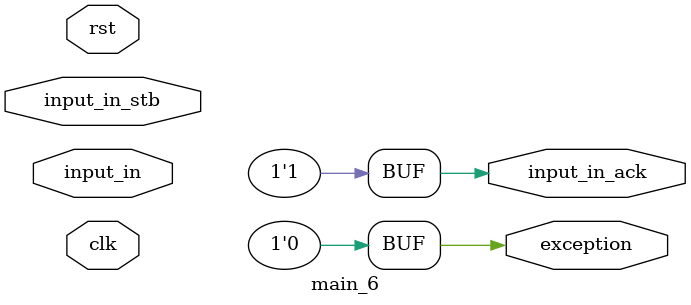
<source format=v>
module main_6 (input_in_ack,clk,rst,input_in,input_in_stb,exception);
  input clk;
  input rst;
  input [31:0] input_in;
  input input_in_stb;
  output input_in_ack;
  output exception;

  assign input_in_ack = 1;
  assign exception = 0;
endmodule
</source>
